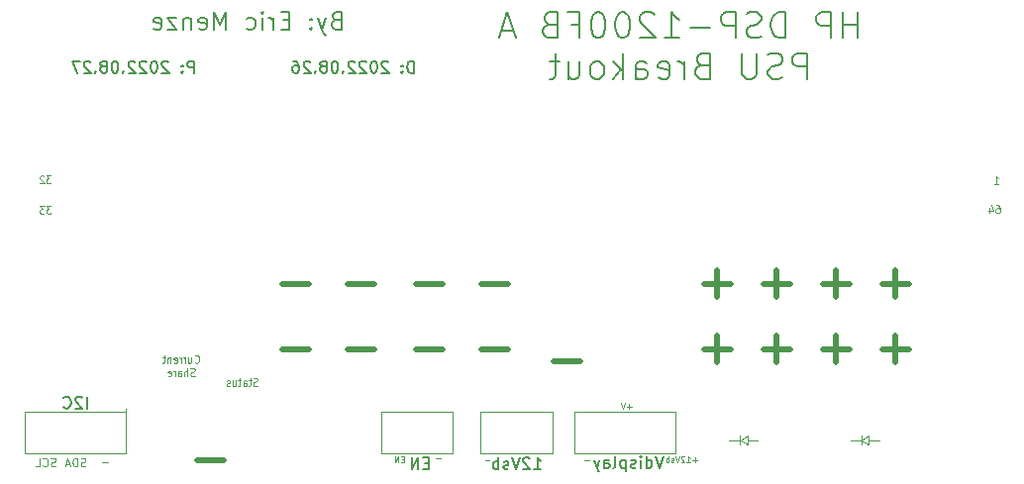
<source format=gbr>
G04 #@! TF.GenerationSoftware,KiCad,Pcbnew,(5.1.10)-1*
G04 #@! TF.CreationDate,2022-08-27T03:45:47-05:00*
G04 #@! TF.ProjectId,Common Slot Mini v1,436f6d6d-6f6e-4205-936c-6f74204d696e,rev?*
G04 #@! TF.SameCoordinates,Original*
G04 #@! TF.FileFunction,Legend,Bot*
G04 #@! TF.FilePolarity,Positive*
%FSLAX46Y46*%
G04 Gerber Fmt 4.6, Leading zero omitted, Abs format (unit mm)*
G04 Created by KiCad (PCBNEW (5.1.10)-1) date 2022-08-27 03:45:47*
%MOMM*%
%LPD*%
G01*
G04 APERTURE LIST*
%ADD10C,0.070000*%
%ADD11C,0.500000*%
%ADD12C,0.120000*%
%ADD13C,0.100000*%
%ADD14C,0.150000*%
%ADD15C,0.200000*%
G04 APERTURE END LIST*
D10*
X149208476Y-110687714D02*
X148827523Y-110687714D01*
X140699476Y-110687714D02*
X140318523Y-110687714D01*
X136508476Y-110560714D02*
X136127523Y-110560714D01*
X133385047Y-110616285D02*
X133218380Y-110616285D01*
X133146952Y-110878190D02*
X133385047Y-110878190D01*
X133385047Y-110378190D01*
X133146952Y-110378190D01*
X132932666Y-110878190D02*
X132932666Y-110378190D01*
X132646952Y-110878190D01*
X132646952Y-110378190D01*
D11*
X148509857Y-102230285D02*
X146224142Y-102230285D01*
D10*
X120854000Y-104331333D02*
X120768285Y-104364666D01*
X120625428Y-104364666D01*
X120568285Y-104331333D01*
X120539714Y-104298000D01*
X120511142Y-104231333D01*
X120511142Y-104164666D01*
X120539714Y-104098000D01*
X120568285Y-104064666D01*
X120625428Y-104031333D01*
X120739714Y-103998000D01*
X120796857Y-103964666D01*
X120825428Y-103931333D01*
X120854000Y-103864666D01*
X120854000Y-103798000D01*
X120825428Y-103731333D01*
X120796857Y-103698000D01*
X120739714Y-103664666D01*
X120596857Y-103664666D01*
X120511142Y-103698000D01*
X120339714Y-103898000D02*
X120111142Y-103898000D01*
X120254000Y-103664666D02*
X120254000Y-104264666D01*
X120225428Y-104331333D01*
X120168285Y-104364666D01*
X120111142Y-104364666D01*
X119654000Y-104364666D02*
X119654000Y-103998000D01*
X119682571Y-103931333D01*
X119739714Y-103898000D01*
X119854000Y-103898000D01*
X119911142Y-103931333D01*
X119654000Y-104331333D02*
X119711142Y-104364666D01*
X119854000Y-104364666D01*
X119911142Y-104331333D01*
X119939714Y-104264666D01*
X119939714Y-104198000D01*
X119911142Y-104131333D01*
X119854000Y-104098000D01*
X119711142Y-104098000D01*
X119654000Y-104064666D01*
X119454000Y-103898000D02*
X119225428Y-103898000D01*
X119368285Y-103664666D02*
X119368285Y-104264666D01*
X119339714Y-104331333D01*
X119282571Y-104364666D01*
X119225428Y-104364666D01*
X118768285Y-103898000D02*
X118768285Y-104364666D01*
X119025428Y-103898000D02*
X119025428Y-104264666D01*
X118996857Y-104331333D01*
X118939714Y-104364666D01*
X118854000Y-104364666D01*
X118796857Y-104331333D01*
X118768285Y-104298000D01*
X118511142Y-104331333D02*
X118454000Y-104364666D01*
X118339714Y-104364666D01*
X118282571Y-104331333D01*
X118254000Y-104264666D01*
X118254000Y-104231333D01*
X118282571Y-104164666D01*
X118339714Y-104131333D01*
X118425428Y-104131333D01*
X118482571Y-104098000D01*
X118511142Y-104031333D01*
X118511142Y-103998000D01*
X118482571Y-103931333D01*
X118425428Y-103898000D01*
X118339714Y-103898000D01*
X118282571Y-103931333D01*
D11*
X118029857Y-110739285D02*
X115744142Y-110739285D01*
D12*
X137588000Y-106584200D02*
X137588000Y-110144000D01*
D10*
X183902371Y-87121166D02*
X184245228Y-87121166D01*
X184073800Y-87121166D02*
X184073800Y-86421166D01*
X184130942Y-86521166D01*
X184188085Y-86587833D01*
X184245228Y-86621166D01*
X103216014Y-86357666D02*
X102844585Y-86357666D01*
X103044585Y-86624333D01*
X102958871Y-86624333D01*
X102901728Y-86657666D01*
X102873157Y-86691000D01*
X102844585Y-86757666D01*
X102844585Y-86924333D01*
X102873157Y-86991000D01*
X102901728Y-87024333D01*
X102958871Y-87057666D01*
X103130300Y-87057666D01*
X103187442Y-87024333D01*
X103216014Y-86991000D01*
X102616014Y-86424333D02*
X102587442Y-86391000D01*
X102530300Y-86357666D01*
X102387442Y-86357666D01*
X102330300Y-86391000D01*
X102301728Y-86424333D01*
X102273157Y-86491000D01*
X102273157Y-86557666D01*
X102301728Y-86657666D01*
X102644585Y-87057666D01*
X102273157Y-87057666D01*
D12*
X109648000Y-110144000D02*
X109648000Y-106334000D01*
X101012000Y-110144000D02*
X109648000Y-110144000D01*
X101012000Y-106588000D02*
X101012000Y-110144000D01*
X109648000Y-106588000D02*
X101012000Y-106588000D01*
X156638000Y-106588000D02*
X148002000Y-106588000D01*
X156638000Y-110144000D02*
X156638000Y-106588000D01*
X148002000Y-110144000D02*
X156638000Y-110144000D01*
X148002000Y-106588000D02*
X148002000Y-110144000D01*
X131457000Y-110144000D02*
X137588000Y-110144000D01*
X131457000Y-106584200D02*
X131457000Y-110144000D01*
X137588000Y-106588000D02*
X131457000Y-106584200D01*
X146097000Y-110144000D02*
X139966000Y-110144000D01*
X146097000Y-106584200D02*
X146097000Y-110144000D01*
X139966000Y-106584200D02*
X146097000Y-106584200D01*
X139966000Y-110144000D02*
X139966000Y-106584200D01*
D10*
X103216014Y-88961166D02*
X102844585Y-88961166D01*
X103044585Y-89227833D01*
X102958871Y-89227833D01*
X102901728Y-89261166D01*
X102873157Y-89294500D01*
X102844585Y-89361166D01*
X102844585Y-89527833D01*
X102873157Y-89594500D01*
X102901728Y-89627833D01*
X102958871Y-89661166D01*
X103130300Y-89661166D01*
X103187442Y-89627833D01*
X103216014Y-89594500D01*
X102644585Y-88961166D02*
X102273157Y-88961166D01*
X102473157Y-89227833D01*
X102387442Y-89227833D01*
X102330300Y-89261166D01*
X102301728Y-89294500D01*
X102273157Y-89361166D01*
X102273157Y-89527833D01*
X102301728Y-89594500D01*
X102330300Y-89627833D01*
X102387442Y-89661166D01*
X102558871Y-89661166D01*
X102616014Y-89627833D01*
X102644585Y-89594500D01*
X184054728Y-88897666D02*
X184169014Y-88897666D01*
X184226157Y-88931000D01*
X184254728Y-88964333D01*
X184311871Y-89064333D01*
X184340442Y-89197666D01*
X184340442Y-89464333D01*
X184311871Y-89531000D01*
X184283300Y-89564333D01*
X184226157Y-89597666D01*
X184111871Y-89597666D01*
X184054728Y-89564333D01*
X184026157Y-89531000D01*
X183997585Y-89464333D01*
X183997585Y-89297666D01*
X184026157Y-89231000D01*
X184054728Y-89197666D01*
X184111871Y-89164333D01*
X184226157Y-89164333D01*
X184283300Y-89197666D01*
X184311871Y-89231000D01*
X184340442Y-89297666D01*
X183483300Y-89131000D02*
X183483300Y-89597666D01*
X183626157Y-88864333D02*
X183769014Y-89364333D01*
X183397585Y-89364333D01*
X115504142Y-102341000D02*
X115532714Y-102374333D01*
X115618428Y-102407666D01*
X115675571Y-102407666D01*
X115761285Y-102374333D01*
X115818428Y-102307666D01*
X115847000Y-102241000D01*
X115875571Y-102107666D01*
X115875571Y-102007666D01*
X115847000Y-101874333D01*
X115818428Y-101807666D01*
X115761285Y-101741000D01*
X115675571Y-101707666D01*
X115618428Y-101707666D01*
X115532714Y-101741000D01*
X115504142Y-101774333D01*
X114989857Y-101941000D02*
X114989857Y-102407666D01*
X115247000Y-101941000D02*
X115247000Y-102307666D01*
X115218428Y-102374333D01*
X115161285Y-102407666D01*
X115075571Y-102407666D01*
X115018428Y-102374333D01*
X114989857Y-102341000D01*
X114704142Y-102407666D02*
X114704142Y-101941000D01*
X114704142Y-102074333D02*
X114675571Y-102007666D01*
X114647000Y-101974333D01*
X114589857Y-101941000D01*
X114532714Y-101941000D01*
X114332714Y-102407666D02*
X114332714Y-101941000D01*
X114332714Y-102074333D02*
X114304142Y-102007666D01*
X114275571Y-101974333D01*
X114218428Y-101941000D01*
X114161285Y-101941000D01*
X113732714Y-102374333D02*
X113789857Y-102407666D01*
X113904142Y-102407666D01*
X113961285Y-102374333D01*
X113989857Y-102307666D01*
X113989857Y-102041000D01*
X113961285Y-101974333D01*
X113904142Y-101941000D01*
X113789857Y-101941000D01*
X113732714Y-101974333D01*
X113704142Y-102041000D01*
X113704142Y-102107666D01*
X113989857Y-102174333D01*
X113447000Y-101941000D02*
X113447000Y-102407666D01*
X113447000Y-102007666D02*
X113418428Y-101974333D01*
X113361285Y-101941000D01*
X113275571Y-101941000D01*
X113218428Y-101974333D01*
X113189857Y-102041000D01*
X113189857Y-102407666D01*
X112989857Y-101941000D02*
X112761285Y-101941000D01*
X112904142Y-101707666D02*
X112904142Y-102307666D01*
X112875571Y-102374333D01*
X112818428Y-102407666D01*
X112761285Y-102407666D01*
X115504142Y-103494333D02*
X115418428Y-103527666D01*
X115275571Y-103527666D01*
X115218428Y-103494333D01*
X115189857Y-103461000D01*
X115161285Y-103394333D01*
X115161285Y-103327666D01*
X115189857Y-103261000D01*
X115218428Y-103227666D01*
X115275571Y-103194333D01*
X115389857Y-103161000D01*
X115447000Y-103127666D01*
X115475571Y-103094333D01*
X115504142Y-103027666D01*
X115504142Y-102961000D01*
X115475571Y-102894333D01*
X115447000Y-102861000D01*
X115389857Y-102827666D01*
X115247000Y-102827666D01*
X115161285Y-102861000D01*
X114904142Y-103527666D02*
X114904142Y-102827666D01*
X114647000Y-103527666D02*
X114647000Y-103161000D01*
X114675571Y-103094333D01*
X114732714Y-103061000D01*
X114818428Y-103061000D01*
X114875571Y-103094333D01*
X114904142Y-103127666D01*
X114104142Y-103527666D02*
X114104142Y-103161000D01*
X114132714Y-103094333D01*
X114189857Y-103061000D01*
X114304142Y-103061000D01*
X114361285Y-103094333D01*
X114104142Y-103494333D02*
X114161285Y-103527666D01*
X114304142Y-103527666D01*
X114361285Y-103494333D01*
X114389857Y-103427666D01*
X114389857Y-103361000D01*
X114361285Y-103294333D01*
X114304142Y-103261000D01*
X114161285Y-103261000D01*
X114104142Y-103227666D01*
X113818428Y-103527666D02*
X113818428Y-103061000D01*
X113818428Y-103194333D02*
X113789857Y-103127666D01*
X113761285Y-103094333D01*
X113704142Y-103061000D01*
X113647000Y-103061000D01*
X113218428Y-103494333D02*
X113275571Y-103527666D01*
X113389857Y-103527666D01*
X113447000Y-103494333D01*
X113475571Y-103427666D01*
X113475571Y-103161000D01*
X113447000Y-103094333D01*
X113389857Y-103061000D01*
X113275571Y-103061000D01*
X113218428Y-103094333D01*
X113189857Y-103161000D01*
X113189857Y-103227666D01*
X113475571Y-103294333D01*
D13*
X162769000Y-109403600D02*
X162769000Y-108590800D01*
X162108600Y-109403600D02*
X162108600Y-108590800D01*
X162159400Y-108997200D02*
X162769000Y-108590800D01*
X163658000Y-108997200D02*
X162769000Y-108997200D01*
X162769000Y-109403600D02*
X162159400Y-108997200D01*
X162108600Y-108997200D02*
X161219600Y-108997200D01*
X172497200Y-108997200D02*
X171608200Y-108997200D01*
X174046600Y-108997200D02*
X173157600Y-108997200D01*
X172497200Y-109403600D02*
X172497200Y-108590800D01*
X173157600Y-109403600D02*
X173157600Y-108590800D01*
X172548000Y-108997200D02*
X173157600Y-108590800D01*
X173157600Y-109403600D02*
X172548000Y-108997200D01*
D14*
X155550190Y-110358380D02*
X155216857Y-111358380D01*
X154883523Y-110358380D01*
X154121619Y-111358380D02*
X154121619Y-110358380D01*
X154121619Y-111310761D02*
X154216857Y-111358380D01*
X154407333Y-111358380D01*
X154502571Y-111310761D01*
X154550190Y-111263142D01*
X154597809Y-111167904D01*
X154597809Y-110882190D01*
X154550190Y-110786952D01*
X154502571Y-110739333D01*
X154407333Y-110691714D01*
X154216857Y-110691714D01*
X154121619Y-110739333D01*
X153645428Y-111358380D02*
X153645428Y-110691714D01*
X153645428Y-110358380D02*
X153693047Y-110406000D01*
X153645428Y-110453619D01*
X153597809Y-110406000D01*
X153645428Y-110358380D01*
X153645428Y-110453619D01*
X153216857Y-111310761D02*
X153121619Y-111358380D01*
X152931142Y-111358380D01*
X152835904Y-111310761D01*
X152788285Y-111215523D01*
X152788285Y-111167904D01*
X152835904Y-111072666D01*
X152931142Y-111025047D01*
X153074000Y-111025047D01*
X153169238Y-110977428D01*
X153216857Y-110882190D01*
X153216857Y-110834571D01*
X153169238Y-110739333D01*
X153074000Y-110691714D01*
X152931142Y-110691714D01*
X152835904Y-110739333D01*
X152359714Y-110691714D02*
X152359714Y-111691714D01*
X152359714Y-110739333D02*
X152264476Y-110691714D01*
X152074000Y-110691714D01*
X151978761Y-110739333D01*
X151931142Y-110786952D01*
X151883523Y-110882190D01*
X151883523Y-111167904D01*
X151931142Y-111263142D01*
X151978761Y-111310761D01*
X152074000Y-111358380D01*
X152264476Y-111358380D01*
X152359714Y-111310761D01*
X151312095Y-111358380D02*
X151407333Y-111310761D01*
X151454952Y-111215523D01*
X151454952Y-110358380D01*
X150502571Y-111358380D02*
X150502571Y-110834571D01*
X150550190Y-110739333D01*
X150645428Y-110691714D01*
X150835904Y-110691714D01*
X150931142Y-110739333D01*
X150502571Y-111310761D02*
X150597809Y-111358380D01*
X150835904Y-111358380D01*
X150931142Y-111310761D01*
X150978761Y-111215523D01*
X150978761Y-111120285D01*
X150931142Y-111025047D01*
X150835904Y-110977428D01*
X150597809Y-110977428D01*
X150502571Y-110929809D01*
X150121619Y-110691714D02*
X149883523Y-111358380D01*
X149645428Y-110691714D02*
X149883523Y-111358380D01*
X149978761Y-111596476D01*
X150026380Y-111644095D01*
X150121619Y-111691714D01*
X106306190Y-106278380D02*
X106306190Y-105278380D01*
X105877619Y-105373619D02*
X105830000Y-105326000D01*
X105734761Y-105278380D01*
X105496666Y-105278380D01*
X105401428Y-105326000D01*
X105353809Y-105373619D01*
X105306190Y-105468857D01*
X105306190Y-105564095D01*
X105353809Y-105706952D01*
X105925238Y-106278380D01*
X105306190Y-106278380D01*
X104306190Y-106183142D02*
X104353809Y-106230761D01*
X104496666Y-106278380D01*
X104591904Y-106278380D01*
X104734761Y-106230761D01*
X104830000Y-106135523D01*
X104877619Y-106040285D01*
X104925238Y-105849809D01*
X104925238Y-105706952D01*
X104877619Y-105516476D01*
X104830000Y-105421238D01*
X104734761Y-105326000D01*
X104591904Y-105278380D01*
X104496666Y-105278380D01*
X104353809Y-105326000D01*
X104306190Y-105373619D01*
D13*
X103623333Y-111189333D02*
X103523333Y-111222666D01*
X103356666Y-111222666D01*
X103290000Y-111189333D01*
X103256666Y-111156000D01*
X103223333Y-111089333D01*
X103223333Y-111022666D01*
X103256666Y-110956000D01*
X103290000Y-110922666D01*
X103356666Y-110889333D01*
X103490000Y-110856000D01*
X103556666Y-110822666D01*
X103590000Y-110789333D01*
X103623333Y-110722666D01*
X103623333Y-110656000D01*
X103590000Y-110589333D01*
X103556666Y-110556000D01*
X103490000Y-110522666D01*
X103323333Y-110522666D01*
X103223333Y-110556000D01*
X102523333Y-111156000D02*
X102556666Y-111189333D01*
X102656666Y-111222666D01*
X102723333Y-111222666D01*
X102823333Y-111189333D01*
X102890000Y-111122666D01*
X102923333Y-111056000D01*
X102956666Y-110922666D01*
X102956666Y-110822666D01*
X102923333Y-110689333D01*
X102890000Y-110622666D01*
X102823333Y-110556000D01*
X102723333Y-110522666D01*
X102656666Y-110522666D01*
X102556666Y-110556000D01*
X102523333Y-110589333D01*
X101890000Y-111222666D02*
X102223333Y-111222666D01*
X102223333Y-110522666D01*
X106180000Y-111189333D02*
X106080000Y-111222666D01*
X105913333Y-111222666D01*
X105846666Y-111189333D01*
X105813333Y-111156000D01*
X105780000Y-111089333D01*
X105780000Y-111022666D01*
X105813333Y-110956000D01*
X105846666Y-110922666D01*
X105913333Y-110889333D01*
X106046666Y-110856000D01*
X106113333Y-110822666D01*
X106146666Y-110789333D01*
X106180000Y-110722666D01*
X106180000Y-110656000D01*
X106146666Y-110589333D01*
X106113333Y-110556000D01*
X106046666Y-110522666D01*
X105880000Y-110522666D01*
X105780000Y-110556000D01*
X105480000Y-111222666D02*
X105480000Y-110522666D01*
X105313333Y-110522666D01*
X105213333Y-110556000D01*
X105146666Y-110622666D01*
X105113333Y-110689333D01*
X105080000Y-110822666D01*
X105080000Y-110922666D01*
X105113333Y-111056000D01*
X105146666Y-111122666D01*
X105213333Y-111189333D01*
X105313333Y-111222666D01*
X105480000Y-111222666D01*
X104813333Y-111022666D02*
X104480000Y-111022666D01*
X104880000Y-111222666D02*
X104646666Y-110522666D01*
X104413333Y-111222666D01*
D14*
X135532095Y-110961571D02*
X135198761Y-110961571D01*
X135055904Y-111485380D02*
X135532095Y-111485380D01*
X135532095Y-110485380D01*
X135055904Y-110485380D01*
X134627333Y-111485380D02*
X134627333Y-110485380D01*
X134055904Y-111485380D01*
X134055904Y-110485380D01*
D13*
X107603333Y-110856000D02*
X108136666Y-110856000D01*
D14*
X144525190Y-111485380D02*
X145096619Y-111485380D01*
X144810904Y-111485380D02*
X144810904Y-110485380D01*
X144906142Y-110628238D01*
X145001380Y-110723476D01*
X145096619Y-110771095D01*
X144144238Y-110580619D02*
X144096619Y-110533000D01*
X144001380Y-110485380D01*
X143763285Y-110485380D01*
X143668047Y-110533000D01*
X143620428Y-110580619D01*
X143572809Y-110675857D01*
X143572809Y-110771095D01*
X143620428Y-110913952D01*
X144191857Y-111485380D01*
X143572809Y-111485380D01*
X143287095Y-110485380D02*
X142953761Y-111485380D01*
X142620428Y-110485380D01*
X142334714Y-111437761D02*
X142239476Y-111485380D01*
X142049000Y-111485380D01*
X141953761Y-111437761D01*
X141906142Y-111342523D01*
X141906142Y-111294904D01*
X141953761Y-111199666D01*
X142049000Y-111152047D01*
X142191857Y-111152047D01*
X142287095Y-111104428D01*
X142334714Y-111009190D01*
X142334714Y-110961571D01*
X142287095Y-110866333D01*
X142191857Y-110818714D01*
X142049000Y-110818714D01*
X141953761Y-110866333D01*
X141477571Y-111485380D02*
X141477571Y-110485380D01*
X141477571Y-110866333D02*
X141382333Y-110818714D01*
X141191857Y-110818714D01*
X141096619Y-110866333D01*
X141049000Y-110913952D01*
X141001380Y-111009190D01*
X141001380Y-111294904D01*
X141049000Y-111390142D01*
X141096619Y-111437761D01*
X141191857Y-111485380D01*
X141382333Y-111485380D01*
X141477571Y-111437761D01*
D10*
X158455523Y-110687714D02*
X158074571Y-110687714D01*
X158265047Y-110878190D02*
X158265047Y-110497238D01*
X157574571Y-110878190D02*
X157860285Y-110878190D01*
X157717428Y-110878190D02*
X157717428Y-110378190D01*
X157765047Y-110449619D01*
X157812666Y-110497238D01*
X157860285Y-110521047D01*
X157384095Y-110425809D02*
X157360285Y-110402000D01*
X157312666Y-110378190D01*
X157193619Y-110378190D01*
X157146000Y-110402000D01*
X157122190Y-110425809D01*
X157098380Y-110473428D01*
X157098380Y-110521047D01*
X157122190Y-110592476D01*
X157407904Y-110878190D01*
X157098380Y-110878190D01*
X156955523Y-110378190D02*
X156788857Y-110878190D01*
X156622190Y-110378190D01*
X156479333Y-110854380D02*
X156431714Y-110878190D01*
X156336476Y-110878190D01*
X156288857Y-110854380D01*
X156265047Y-110806761D01*
X156265047Y-110782952D01*
X156288857Y-110735333D01*
X156336476Y-110711523D01*
X156407904Y-110711523D01*
X156455523Y-110687714D01*
X156479333Y-110640095D01*
X156479333Y-110616285D01*
X156455523Y-110568666D01*
X156407904Y-110544857D01*
X156336476Y-110544857D01*
X156288857Y-110568666D01*
X156050761Y-110878190D02*
X156050761Y-110378190D01*
X156050761Y-110568666D02*
X156003142Y-110544857D01*
X155907904Y-110544857D01*
X155860285Y-110568666D01*
X155836476Y-110592476D01*
X155812666Y-110640095D01*
X155812666Y-110782952D01*
X155836476Y-110830571D01*
X155860285Y-110854380D01*
X155907904Y-110878190D01*
X156003142Y-110878190D01*
X156050761Y-110854380D01*
X152851761Y-106115714D02*
X152470809Y-106115714D01*
X152661285Y-106306190D02*
X152661285Y-105925238D01*
X152304142Y-105806190D02*
X152137476Y-106306190D01*
X151970809Y-105806190D01*
D11*
X176576857Y-101214285D02*
X174291142Y-101214285D01*
X175434000Y-102357142D02*
X175434000Y-100071428D01*
X171496857Y-101214285D02*
X169211142Y-101214285D01*
X170354000Y-102357142D02*
X170354000Y-100071428D01*
X166416857Y-101214285D02*
X164131142Y-101214285D01*
X165274000Y-102357142D02*
X165274000Y-100071428D01*
X161336857Y-101214285D02*
X159051142Y-101214285D01*
X160194000Y-102357142D02*
X160194000Y-100071428D01*
X176576857Y-95626285D02*
X174291142Y-95626285D01*
X175434000Y-96769142D02*
X175434000Y-94483428D01*
X171496857Y-95626285D02*
X169211142Y-95626285D01*
X170354000Y-96769142D02*
X170354000Y-94483428D01*
X166416857Y-95626285D02*
X164131142Y-95626285D01*
X165274000Y-96769142D02*
X165274000Y-94483428D01*
X142286857Y-101214285D02*
X140001142Y-101214285D01*
X136698857Y-101214285D02*
X134413142Y-101214285D01*
X130856857Y-101214285D02*
X128571142Y-101214285D01*
X125268857Y-101214285D02*
X122983142Y-101214285D01*
X142286857Y-95626285D02*
X140001142Y-95626285D01*
X136698857Y-95626285D02*
X134413142Y-95626285D01*
X130856857Y-95626285D02*
X128571142Y-95626285D01*
X161336857Y-95626285D02*
X159051142Y-95626285D01*
X160194000Y-96769142D02*
X160194000Y-94483428D01*
X125268857Y-95626285D02*
X122983142Y-95626285D01*
D14*
X115449666Y-77576380D02*
X115449666Y-76576380D01*
X115068714Y-76576380D01*
X114973476Y-76624000D01*
X114925857Y-76671619D01*
X114878238Y-76766857D01*
X114878238Y-76909714D01*
X114925857Y-77004952D01*
X114973476Y-77052571D01*
X115068714Y-77100190D01*
X115449666Y-77100190D01*
X114449666Y-77481142D02*
X114402047Y-77528761D01*
X114449666Y-77576380D01*
X114497285Y-77528761D01*
X114449666Y-77481142D01*
X114449666Y-77576380D01*
X114449666Y-76957333D02*
X114402047Y-77004952D01*
X114449666Y-77052571D01*
X114497285Y-77004952D01*
X114449666Y-76957333D01*
X114449666Y-77052571D01*
X113259190Y-76671619D02*
X113211571Y-76624000D01*
X113116333Y-76576380D01*
X112878238Y-76576380D01*
X112783000Y-76624000D01*
X112735380Y-76671619D01*
X112687761Y-76766857D01*
X112687761Y-76862095D01*
X112735380Y-77004952D01*
X113306809Y-77576380D01*
X112687761Y-77576380D01*
X112068714Y-76576380D02*
X111973476Y-76576380D01*
X111878238Y-76624000D01*
X111830619Y-76671619D01*
X111783000Y-76766857D01*
X111735380Y-76957333D01*
X111735380Y-77195428D01*
X111783000Y-77385904D01*
X111830619Y-77481142D01*
X111878238Y-77528761D01*
X111973476Y-77576380D01*
X112068714Y-77576380D01*
X112163952Y-77528761D01*
X112211571Y-77481142D01*
X112259190Y-77385904D01*
X112306809Y-77195428D01*
X112306809Y-76957333D01*
X112259190Y-76766857D01*
X112211571Y-76671619D01*
X112163952Y-76624000D01*
X112068714Y-76576380D01*
X111354428Y-76671619D02*
X111306809Y-76624000D01*
X111211571Y-76576380D01*
X110973476Y-76576380D01*
X110878238Y-76624000D01*
X110830619Y-76671619D01*
X110783000Y-76766857D01*
X110783000Y-76862095D01*
X110830619Y-77004952D01*
X111402047Y-77576380D01*
X110783000Y-77576380D01*
X110402047Y-76671619D02*
X110354428Y-76624000D01*
X110259190Y-76576380D01*
X110021095Y-76576380D01*
X109925857Y-76624000D01*
X109878238Y-76671619D01*
X109830619Y-76766857D01*
X109830619Y-76862095D01*
X109878238Y-77004952D01*
X110449666Y-77576380D01*
X109830619Y-77576380D01*
X109402047Y-77481142D02*
X109354428Y-77528761D01*
X109402047Y-77576380D01*
X109449666Y-77528761D01*
X109402047Y-77481142D01*
X109402047Y-77576380D01*
X108735380Y-76576380D02*
X108640142Y-76576380D01*
X108544904Y-76624000D01*
X108497285Y-76671619D01*
X108449666Y-76766857D01*
X108402047Y-76957333D01*
X108402047Y-77195428D01*
X108449666Y-77385904D01*
X108497285Y-77481142D01*
X108544904Y-77528761D01*
X108640142Y-77576380D01*
X108735380Y-77576380D01*
X108830619Y-77528761D01*
X108878238Y-77481142D01*
X108925857Y-77385904D01*
X108973476Y-77195428D01*
X108973476Y-76957333D01*
X108925857Y-76766857D01*
X108878238Y-76671619D01*
X108830619Y-76624000D01*
X108735380Y-76576380D01*
X107830619Y-77004952D02*
X107925857Y-76957333D01*
X107973476Y-76909714D01*
X108021095Y-76814476D01*
X108021095Y-76766857D01*
X107973476Y-76671619D01*
X107925857Y-76624000D01*
X107830619Y-76576380D01*
X107640142Y-76576380D01*
X107544904Y-76624000D01*
X107497285Y-76671619D01*
X107449666Y-76766857D01*
X107449666Y-76814476D01*
X107497285Y-76909714D01*
X107544904Y-76957333D01*
X107640142Y-77004952D01*
X107830619Y-77004952D01*
X107925857Y-77052571D01*
X107973476Y-77100190D01*
X108021095Y-77195428D01*
X108021095Y-77385904D01*
X107973476Y-77481142D01*
X107925857Y-77528761D01*
X107830619Y-77576380D01*
X107640142Y-77576380D01*
X107544904Y-77528761D01*
X107497285Y-77481142D01*
X107449666Y-77385904D01*
X107449666Y-77195428D01*
X107497285Y-77100190D01*
X107544904Y-77052571D01*
X107640142Y-77004952D01*
X107021095Y-77481142D02*
X106973476Y-77528761D01*
X107021095Y-77576380D01*
X107068714Y-77528761D01*
X107021095Y-77481142D01*
X107021095Y-77576380D01*
X106592523Y-76671619D02*
X106544904Y-76624000D01*
X106449666Y-76576380D01*
X106211571Y-76576380D01*
X106116333Y-76624000D01*
X106068714Y-76671619D01*
X106021095Y-76766857D01*
X106021095Y-76862095D01*
X106068714Y-77004952D01*
X106640142Y-77576380D01*
X106021095Y-77576380D01*
X105687761Y-76576380D02*
X105021095Y-76576380D01*
X105449666Y-77576380D01*
X134245666Y-77576380D02*
X134245666Y-76576380D01*
X134007571Y-76576380D01*
X133864714Y-76624000D01*
X133769476Y-76719238D01*
X133721857Y-76814476D01*
X133674238Y-77004952D01*
X133674238Y-77147809D01*
X133721857Y-77338285D01*
X133769476Y-77433523D01*
X133864714Y-77528761D01*
X134007571Y-77576380D01*
X134245666Y-77576380D01*
X133245666Y-77481142D02*
X133198047Y-77528761D01*
X133245666Y-77576380D01*
X133293285Y-77528761D01*
X133245666Y-77481142D01*
X133245666Y-77576380D01*
X133245666Y-76957333D02*
X133198047Y-77004952D01*
X133245666Y-77052571D01*
X133293285Y-77004952D01*
X133245666Y-76957333D01*
X133245666Y-77052571D01*
X132055190Y-76671619D02*
X132007571Y-76624000D01*
X131912333Y-76576380D01*
X131674238Y-76576380D01*
X131579000Y-76624000D01*
X131531380Y-76671619D01*
X131483761Y-76766857D01*
X131483761Y-76862095D01*
X131531380Y-77004952D01*
X132102809Y-77576380D01*
X131483761Y-77576380D01*
X130864714Y-76576380D02*
X130769476Y-76576380D01*
X130674238Y-76624000D01*
X130626619Y-76671619D01*
X130579000Y-76766857D01*
X130531380Y-76957333D01*
X130531380Y-77195428D01*
X130579000Y-77385904D01*
X130626619Y-77481142D01*
X130674238Y-77528761D01*
X130769476Y-77576380D01*
X130864714Y-77576380D01*
X130959952Y-77528761D01*
X131007571Y-77481142D01*
X131055190Y-77385904D01*
X131102809Y-77195428D01*
X131102809Y-76957333D01*
X131055190Y-76766857D01*
X131007571Y-76671619D01*
X130959952Y-76624000D01*
X130864714Y-76576380D01*
X130150428Y-76671619D02*
X130102809Y-76624000D01*
X130007571Y-76576380D01*
X129769476Y-76576380D01*
X129674238Y-76624000D01*
X129626619Y-76671619D01*
X129579000Y-76766857D01*
X129579000Y-76862095D01*
X129626619Y-77004952D01*
X130198047Y-77576380D01*
X129579000Y-77576380D01*
X129198047Y-76671619D02*
X129150428Y-76624000D01*
X129055190Y-76576380D01*
X128817095Y-76576380D01*
X128721857Y-76624000D01*
X128674238Y-76671619D01*
X128626619Y-76766857D01*
X128626619Y-76862095D01*
X128674238Y-77004952D01*
X129245666Y-77576380D01*
X128626619Y-77576380D01*
X128198047Y-77481142D02*
X128150428Y-77528761D01*
X128198047Y-77576380D01*
X128245666Y-77528761D01*
X128198047Y-77481142D01*
X128198047Y-77576380D01*
X127531380Y-76576380D02*
X127436142Y-76576380D01*
X127340904Y-76624000D01*
X127293285Y-76671619D01*
X127245666Y-76766857D01*
X127198047Y-76957333D01*
X127198047Y-77195428D01*
X127245666Y-77385904D01*
X127293285Y-77481142D01*
X127340904Y-77528761D01*
X127436142Y-77576380D01*
X127531380Y-77576380D01*
X127626619Y-77528761D01*
X127674238Y-77481142D01*
X127721857Y-77385904D01*
X127769476Y-77195428D01*
X127769476Y-76957333D01*
X127721857Y-76766857D01*
X127674238Y-76671619D01*
X127626619Y-76624000D01*
X127531380Y-76576380D01*
X126626619Y-77004952D02*
X126721857Y-76957333D01*
X126769476Y-76909714D01*
X126817095Y-76814476D01*
X126817095Y-76766857D01*
X126769476Y-76671619D01*
X126721857Y-76624000D01*
X126626619Y-76576380D01*
X126436142Y-76576380D01*
X126340904Y-76624000D01*
X126293285Y-76671619D01*
X126245666Y-76766857D01*
X126245666Y-76814476D01*
X126293285Y-76909714D01*
X126340904Y-76957333D01*
X126436142Y-77004952D01*
X126626619Y-77004952D01*
X126721857Y-77052571D01*
X126769476Y-77100190D01*
X126817095Y-77195428D01*
X126817095Y-77385904D01*
X126769476Y-77481142D01*
X126721857Y-77528761D01*
X126626619Y-77576380D01*
X126436142Y-77576380D01*
X126340904Y-77528761D01*
X126293285Y-77481142D01*
X126245666Y-77385904D01*
X126245666Y-77195428D01*
X126293285Y-77100190D01*
X126340904Y-77052571D01*
X126436142Y-77004952D01*
X125817095Y-77481142D02*
X125769476Y-77528761D01*
X125817095Y-77576380D01*
X125864714Y-77528761D01*
X125817095Y-77481142D01*
X125817095Y-77576380D01*
X125388523Y-76671619D02*
X125340904Y-76624000D01*
X125245666Y-76576380D01*
X125007571Y-76576380D01*
X124912333Y-76624000D01*
X124864714Y-76671619D01*
X124817095Y-76766857D01*
X124817095Y-76862095D01*
X124864714Y-77004952D01*
X125436142Y-77576380D01*
X124817095Y-77576380D01*
X123959952Y-76576380D02*
X124150428Y-76576380D01*
X124245666Y-76624000D01*
X124293285Y-76671619D01*
X124388523Y-76814476D01*
X124436142Y-77004952D01*
X124436142Y-77385904D01*
X124388523Y-77481142D01*
X124340904Y-77528761D01*
X124245666Y-77576380D01*
X124055190Y-77576380D01*
X123959952Y-77528761D01*
X123912333Y-77481142D01*
X123864714Y-77385904D01*
X123864714Y-77147809D01*
X123912333Y-77052571D01*
X123959952Y-77004952D01*
X124055190Y-76957333D01*
X124245666Y-76957333D01*
X124340904Y-77004952D01*
X124388523Y-77052571D01*
X124436142Y-77147809D01*
X127597714Y-73079857D02*
X127383428Y-73151285D01*
X127312000Y-73222714D01*
X127240571Y-73365571D01*
X127240571Y-73579857D01*
X127312000Y-73722714D01*
X127383428Y-73794142D01*
X127526285Y-73865571D01*
X128097714Y-73865571D01*
X128097714Y-72365571D01*
X127597714Y-72365571D01*
X127454857Y-72437000D01*
X127383428Y-72508428D01*
X127312000Y-72651285D01*
X127312000Y-72794142D01*
X127383428Y-72937000D01*
X127454857Y-73008428D01*
X127597714Y-73079857D01*
X128097714Y-73079857D01*
X126740571Y-72865571D02*
X126383428Y-73865571D01*
X126026285Y-72865571D02*
X126383428Y-73865571D01*
X126526285Y-74222714D01*
X126597714Y-74294142D01*
X126740571Y-74365571D01*
X125454857Y-73722714D02*
X125383428Y-73794142D01*
X125454857Y-73865571D01*
X125526285Y-73794142D01*
X125454857Y-73722714D01*
X125454857Y-73865571D01*
X125454857Y-72937000D02*
X125383428Y-73008428D01*
X125454857Y-73079857D01*
X125526285Y-73008428D01*
X125454857Y-72937000D01*
X125454857Y-73079857D01*
X123597714Y-73079857D02*
X123097714Y-73079857D01*
X122883428Y-73865571D02*
X123597714Y-73865571D01*
X123597714Y-72365571D01*
X122883428Y-72365571D01*
X122240571Y-73865571D02*
X122240571Y-72865571D01*
X122240571Y-73151285D02*
X122169142Y-73008428D01*
X122097714Y-72937000D01*
X121954857Y-72865571D01*
X121812000Y-72865571D01*
X121312000Y-73865571D02*
X121312000Y-72865571D01*
X121312000Y-72365571D02*
X121383428Y-72437000D01*
X121312000Y-72508428D01*
X121240571Y-72437000D01*
X121312000Y-72365571D01*
X121312000Y-72508428D01*
X119954857Y-73794142D02*
X120097714Y-73865571D01*
X120383428Y-73865571D01*
X120526285Y-73794142D01*
X120597714Y-73722714D01*
X120669142Y-73579857D01*
X120669142Y-73151285D01*
X120597714Y-73008428D01*
X120526285Y-72937000D01*
X120383428Y-72865571D01*
X120097714Y-72865571D01*
X119954857Y-72937000D01*
X118169142Y-73865571D02*
X118169142Y-72365571D01*
X117669142Y-73437000D01*
X117169142Y-72365571D01*
X117169142Y-73865571D01*
X115883428Y-73794142D02*
X116026285Y-73865571D01*
X116312000Y-73865571D01*
X116454857Y-73794142D01*
X116526285Y-73651285D01*
X116526285Y-73079857D01*
X116454857Y-72937000D01*
X116312000Y-72865571D01*
X116026285Y-72865571D01*
X115883428Y-72937000D01*
X115812000Y-73079857D01*
X115812000Y-73222714D01*
X116526285Y-73365571D01*
X115169142Y-72865571D02*
X115169142Y-73865571D01*
X115169142Y-73008428D02*
X115097714Y-72937000D01*
X114954857Y-72865571D01*
X114740571Y-72865571D01*
X114597714Y-72937000D01*
X114526285Y-73079857D01*
X114526285Y-73865571D01*
X113954857Y-72865571D02*
X113169142Y-72865571D01*
X113954857Y-73865571D01*
X113169142Y-73865571D01*
X112026285Y-73794142D02*
X112169142Y-73865571D01*
X112454857Y-73865571D01*
X112597714Y-73794142D01*
X112669142Y-73651285D01*
X112669142Y-73079857D01*
X112597714Y-72937000D01*
X112454857Y-72865571D01*
X112169142Y-72865571D01*
X112026285Y-72937000D01*
X111954857Y-73079857D01*
X111954857Y-73222714D01*
X112669142Y-73365571D01*
D15*
X172209476Y-74591238D02*
X172209476Y-72391238D01*
X172209476Y-73438857D02*
X170952333Y-73438857D01*
X170952333Y-74591238D02*
X170952333Y-72391238D01*
X169904714Y-74591238D02*
X169904714Y-72391238D01*
X169066619Y-72391238D01*
X168857095Y-72496000D01*
X168752333Y-72600761D01*
X168647571Y-72810285D01*
X168647571Y-73124571D01*
X168752333Y-73334095D01*
X168857095Y-73438857D01*
X169066619Y-73543619D01*
X169904714Y-73543619D01*
X166028523Y-74591238D02*
X166028523Y-72391238D01*
X165504714Y-72391238D01*
X165190428Y-72496000D01*
X164980904Y-72705523D01*
X164876142Y-72915047D01*
X164771380Y-73334095D01*
X164771380Y-73648380D01*
X164876142Y-74067428D01*
X164980904Y-74276952D01*
X165190428Y-74486476D01*
X165504714Y-74591238D01*
X166028523Y-74591238D01*
X163933285Y-74486476D02*
X163619000Y-74591238D01*
X163095190Y-74591238D01*
X162885666Y-74486476D01*
X162780904Y-74381714D01*
X162676142Y-74172190D01*
X162676142Y-73962666D01*
X162780904Y-73753142D01*
X162885666Y-73648380D01*
X163095190Y-73543619D01*
X163514238Y-73438857D01*
X163723761Y-73334095D01*
X163828523Y-73229333D01*
X163933285Y-73019809D01*
X163933285Y-72810285D01*
X163828523Y-72600761D01*
X163723761Y-72496000D01*
X163514238Y-72391238D01*
X162990428Y-72391238D01*
X162676142Y-72496000D01*
X161733285Y-74591238D02*
X161733285Y-72391238D01*
X160895190Y-72391238D01*
X160685666Y-72496000D01*
X160580904Y-72600761D01*
X160476142Y-72810285D01*
X160476142Y-73124571D01*
X160580904Y-73334095D01*
X160685666Y-73438857D01*
X160895190Y-73543619D01*
X161733285Y-73543619D01*
X159533285Y-73753142D02*
X157857095Y-73753142D01*
X155657095Y-74591238D02*
X156914238Y-74591238D01*
X156285666Y-74591238D02*
X156285666Y-72391238D01*
X156495190Y-72705523D01*
X156704714Y-72915047D01*
X156914238Y-73019809D01*
X154819000Y-72600761D02*
X154714238Y-72496000D01*
X154504714Y-72391238D01*
X153980904Y-72391238D01*
X153771380Y-72496000D01*
X153666619Y-72600761D01*
X153561857Y-72810285D01*
X153561857Y-73019809D01*
X153666619Y-73334095D01*
X154923761Y-74591238D01*
X153561857Y-74591238D01*
X152199952Y-72391238D02*
X151990428Y-72391238D01*
X151780904Y-72496000D01*
X151676142Y-72600761D01*
X151571380Y-72810285D01*
X151466619Y-73229333D01*
X151466619Y-73753142D01*
X151571380Y-74172190D01*
X151676142Y-74381714D01*
X151780904Y-74486476D01*
X151990428Y-74591238D01*
X152199952Y-74591238D01*
X152409476Y-74486476D01*
X152514238Y-74381714D01*
X152619000Y-74172190D01*
X152723761Y-73753142D01*
X152723761Y-73229333D01*
X152619000Y-72810285D01*
X152514238Y-72600761D01*
X152409476Y-72496000D01*
X152199952Y-72391238D01*
X150104714Y-72391238D02*
X149895190Y-72391238D01*
X149685666Y-72496000D01*
X149580904Y-72600761D01*
X149476142Y-72810285D01*
X149371380Y-73229333D01*
X149371380Y-73753142D01*
X149476142Y-74172190D01*
X149580904Y-74381714D01*
X149685666Y-74486476D01*
X149895190Y-74591238D01*
X150104714Y-74591238D01*
X150314238Y-74486476D01*
X150419000Y-74381714D01*
X150523761Y-74172190D01*
X150628523Y-73753142D01*
X150628523Y-73229333D01*
X150523761Y-72810285D01*
X150419000Y-72600761D01*
X150314238Y-72496000D01*
X150104714Y-72391238D01*
X147695190Y-73438857D02*
X148428523Y-73438857D01*
X148428523Y-74591238D02*
X148428523Y-72391238D01*
X147380904Y-72391238D01*
X145809476Y-73438857D02*
X145495190Y-73543619D01*
X145390428Y-73648380D01*
X145285666Y-73857904D01*
X145285666Y-74172190D01*
X145390428Y-74381714D01*
X145495190Y-74486476D01*
X145704714Y-74591238D01*
X146542809Y-74591238D01*
X146542809Y-72391238D01*
X145809476Y-72391238D01*
X145599952Y-72496000D01*
X145495190Y-72600761D01*
X145390428Y-72810285D01*
X145390428Y-73019809D01*
X145495190Y-73229333D01*
X145599952Y-73334095D01*
X145809476Y-73438857D01*
X146542809Y-73438857D01*
X142771380Y-73962666D02*
X141723761Y-73962666D01*
X142980904Y-74591238D02*
X142247571Y-72391238D01*
X141514238Y-74591238D01*
X167861857Y-78091238D02*
X167861857Y-75891238D01*
X167023761Y-75891238D01*
X166814238Y-75996000D01*
X166709476Y-76100761D01*
X166604714Y-76310285D01*
X166604714Y-76624571D01*
X166709476Y-76834095D01*
X166814238Y-76938857D01*
X167023761Y-77043619D01*
X167861857Y-77043619D01*
X165766619Y-77986476D02*
X165452333Y-78091238D01*
X164928523Y-78091238D01*
X164719000Y-77986476D01*
X164614238Y-77881714D01*
X164509476Y-77672190D01*
X164509476Y-77462666D01*
X164614238Y-77253142D01*
X164719000Y-77148380D01*
X164928523Y-77043619D01*
X165347571Y-76938857D01*
X165557095Y-76834095D01*
X165661857Y-76729333D01*
X165766619Y-76519809D01*
X165766619Y-76310285D01*
X165661857Y-76100761D01*
X165557095Y-75996000D01*
X165347571Y-75891238D01*
X164823761Y-75891238D01*
X164509476Y-75996000D01*
X163566619Y-75891238D02*
X163566619Y-77672190D01*
X163461857Y-77881714D01*
X163357095Y-77986476D01*
X163147571Y-78091238D01*
X162728523Y-78091238D01*
X162519000Y-77986476D01*
X162414238Y-77881714D01*
X162309476Y-77672190D01*
X162309476Y-75891238D01*
X158852333Y-76938857D02*
X158538047Y-77043619D01*
X158433285Y-77148380D01*
X158328523Y-77357904D01*
X158328523Y-77672190D01*
X158433285Y-77881714D01*
X158538047Y-77986476D01*
X158747571Y-78091238D01*
X159585666Y-78091238D01*
X159585666Y-75891238D01*
X158852333Y-75891238D01*
X158642809Y-75996000D01*
X158538047Y-76100761D01*
X158433285Y-76310285D01*
X158433285Y-76519809D01*
X158538047Y-76729333D01*
X158642809Y-76834095D01*
X158852333Y-76938857D01*
X159585666Y-76938857D01*
X157385666Y-78091238D02*
X157385666Y-76624571D01*
X157385666Y-77043619D02*
X157280904Y-76834095D01*
X157176142Y-76729333D01*
X156966619Y-76624571D01*
X156757095Y-76624571D01*
X155185666Y-77986476D02*
X155395190Y-78091238D01*
X155814238Y-78091238D01*
X156023761Y-77986476D01*
X156128523Y-77776952D01*
X156128523Y-76938857D01*
X156023761Y-76729333D01*
X155814238Y-76624571D01*
X155395190Y-76624571D01*
X155185666Y-76729333D01*
X155080904Y-76938857D01*
X155080904Y-77148380D01*
X156128523Y-77357904D01*
X153195190Y-78091238D02*
X153195190Y-76938857D01*
X153299952Y-76729333D01*
X153509476Y-76624571D01*
X153928523Y-76624571D01*
X154138047Y-76729333D01*
X153195190Y-77986476D02*
X153404714Y-78091238D01*
X153928523Y-78091238D01*
X154138047Y-77986476D01*
X154242809Y-77776952D01*
X154242809Y-77567428D01*
X154138047Y-77357904D01*
X153928523Y-77253142D01*
X153404714Y-77253142D01*
X153195190Y-77148380D01*
X152147571Y-78091238D02*
X152147571Y-75891238D01*
X151938047Y-77253142D02*
X151309476Y-78091238D01*
X151309476Y-76624571D02*
X152147571Y-77462666D01*
X150052333Y-78091238D02*
X150261857Y-77986476D01*
X150366619Y-77881714D01*
X150471380Y-77672190D01*
X150471380Y-77043619D01*
X150366619Y-76834095D01*
X150261857Y-76729333D01*
X150052333Y-76624571D01*
X149738047Y-76624571D01*
X149528523Y-76729333D01*
X149423761Y-76834095D01*
X149319000Y-77043619D01*
X149319000Y-77672190D01*
X149423761Y-77881714D01*
X149528523Y-77986476D01*
X149738047Y-78091238D01*
X150052333Y-78091238D01*
X147433285Y-76624571D02*
X147433285Y-78091238D01*
X148376142Y-76624571D02*
X148376142Y-77776952D01*
X148271380Y-77986476D01*
X148061857Y-78091238D01*
X147747571Y-78091238D01*
X147538047Y-77986476D01*
X147433285Y-77881714D01*
X146699952Y-76624571D02*
X145861857Y-76624571D01*
X146385666Y-75891238D02*
X146385666Y-77776952D01*
X146280904Y-77986476D01*
X146071380Y-78091238D01*
X145861857Y-78091238D01*
M02*

</source>
